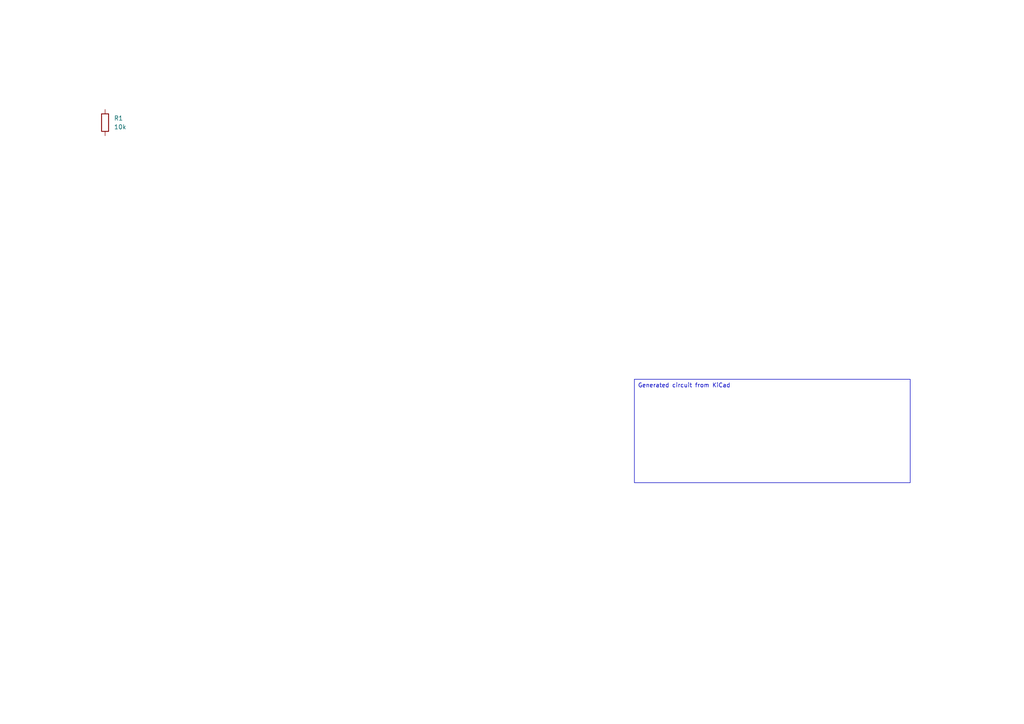
<source format=kicad_sch>
(kicad_sch (version 20250114) (generator "circuit_synth") (generator_version "0.8.36")
  (paper "A4")
  (title_block (title "roundtrip_resistor"))
  (lib_symbols
    (symbol "Device:R" (pin_numbers (hide yes)) (pin_names (offset 0))
      (property "Reference" "R" (at 2.032 0 90))
      (property "Value" "R" (at 0 0 90))
      (symbol "R_0_1"
        (rectangle (start -1.016 -2.54) (end 1.016 2.54) (stroke (width 0.254)))
      )
      (symbol "R_1_1"
        (pin passive line (at 0 3.81 270) (length 1.27) (name "~") (number "1"))
        (pin passive line (at 0 -3.81 90) (length 1.27) (name "~") (number "2"))
      )
    )
  )
  (symbol (lib_id "Device:R") (at 30.48 35.56 0) (unit 1)
    (property "Reference" "R1" (at 33.02 34.2899 0) (effects (justify left)))
    (property "Value" "10k" (at 33.02 36.8299 0) (effects (justify left)))
    (property "Footprint" "Resistor_SMD:R_0603_1608Metric" (effects (hide yes)))
    (property "hierarchy_path" "/d0e06669-019a-43a0-bb7b-3205c9227184" (effects (hide yes)))
    (property "project_name" "roundtrip_resistor" (effects (hide yes)))
    (property "root_uuid" "d0e06669-019a-43a0-bb7b-3205c9227184" (effects (hide yes)))
  )
  (text_box "Generated circuit from KiCad" (at 184 110 0) (size 80 30) (margins 1 1 1 1) (effects (font (size 1.2 1.2)) (justify left top)))
)
</source>
